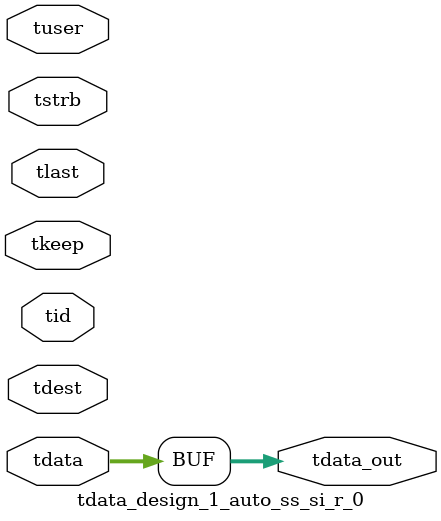
<source format=v>


`timescale 1ps/1ps

module tdata_design_1_auto_ss_si_r_0 #
(
parameter C_S_AXIS_TDATA_WIDTH = 32,
parameter C_S_AXIS_TUSER_WIDTH = 0,
parameter C_S_AXIS_TID_WIDTH   = 0,
parameter C_S_AXIS_TDEST_WIDTH = 0,
parameter C_M_AXIS_TDATA_WIDTH = 32
)
(
input  [(C_S_AXIS_TDATA_WIDTH == 0 ? 1 : C_S_AXIS_TDATA_WIDTH)-1:0     ] tdata,
input  [(C_S_AXIS_TUSER_WIDTH == 0 ? 1 : C_S_AXIS_TUSER_WIDTH)-1:0     ] tuser,
input  [(C_S_AXIS_TID_WIDTH   == 0 ? 1 : C_S_AXIS_TID_WIDTH)-1:0       ] tid,
input  [(C_S_AXIS_TDEST_WIDTH == 0 ? 1 : C_S_AXIS_TDEST_WIDTH)-1:0     ] tdest,
input  [(C_S_AXIS_TDATA_WIDTH/8)-1:0 ] tkeep,
input  [(C_S_AXIS_TDATA_WIDTH/8)-1:0 ] tstrb,
input                                                                    tlast,
output [C_M_AXIS_TDATA_WIDTH-1:0] tdata_out
);

assign tdata_out = {tdata[63:0]};

endmodule


</source>
